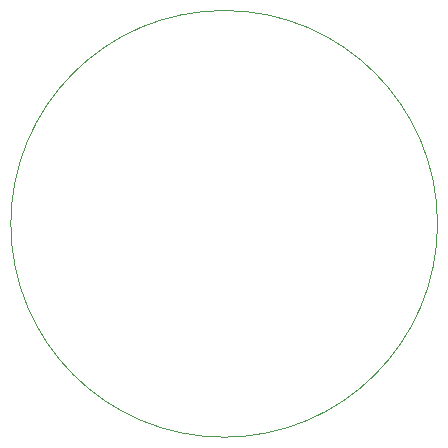
<source format=gbr>
%TF.GenerationSoftware,Altium Limited,Altium Designer,22.4.2 (48)*%
G04 Layer_Color=0*
%FSLAX26Y26*%
%MOIN*%
%TF.SameCoordinates,E4631C7E-FC5E-4278-A014-371310923930*%
%TF.FilePolarity,Positive*%
%TF.FileFunction,Profile,NP*%
%TF.Part,Single*%
G01*
G75*
%TA.AperFunction,Profile*%
%ADD112C,0.001000*%
D112*
X-711126Y0D02*
G03*
X0Y-711126I711126J0D01*
G01*
D02*
G03*
X711126Y0I0J711126D01*
G01*
D02*
G03*
X0Y711126I-711126J0D01*
G01*
D02*
G03*
X-711126Y0I0J-711126D01*
G01*
%TF.MD5,4c04f441ed27c2e6edb019471ed209c9*%
M02*

</source>
